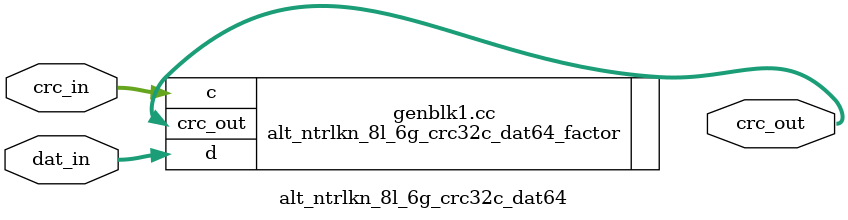
<source format=v>


`timescale 1 ps / 1 ps


module alt_ntrlkn_8l_6g_crc32c_dat64 (
	input[31:0] crc_in,
	input[63:0] dat_in,
	output[31:0] crc_out
);

parameter METHOD = 1;

generate
  if (METHOD == 0)
    alt_ntrlkn_8l_6g_crc32c_dat64_flat cc (.c(crc_in),.d(dat_in),.crc_out(crc_out));
  else
    alt_ntrlkn_8l_6g_crc32c_dat64_factor cc (.c(crc_in),.d(dat_in),.crc_out(crc_out));
endgenerate

endmodule

</source>
